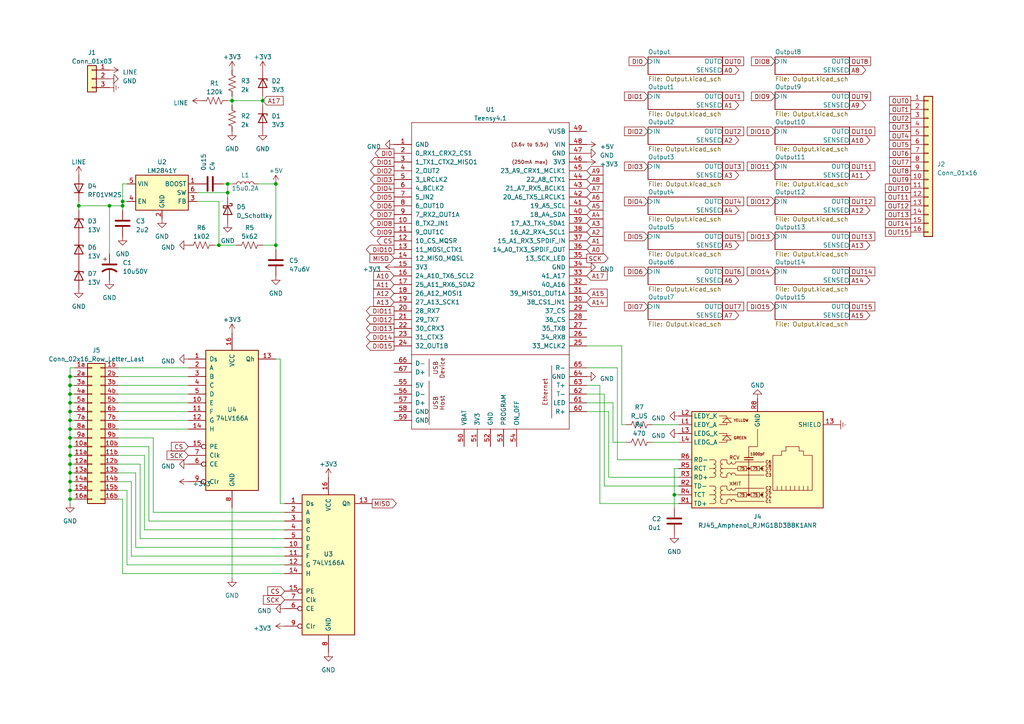
<source format=kicad_sch>
(kicad_sch (version 20230121) (generator eeschema)
  (paper "A4")
  (lib_symbols
    (symbol "74xx:74LS166" (pin_names (offset 1.016))
      (property "Reference" "U" (at -7.62 21.59 0))
      (property "Value" "74LS166" (at -7.62 -21.59 0))
      (symbol "74LS166_1_0"
        (pin input line (at -12.7 17.78 0) (length 5.08) (name "Ds") (number "1"))
        (pin input line (at -12.7 5.08 0) (length 5.08) (name "E") (number "10"))
        (pin input line (at -12.7 2.54 0) (length 5.08) (name "F") (number "11"))
        (pin input line (at -12.7 0 0) (length 5.08) (name "G") (number "12"))
        (pin output line (at 12.7 17.78 180) (length 5.08) (name "Qh") (number "13"))
        (pin input line (at -12.7 -2.54 0) (length 5.08) (name "H") (number "14"))
        (pin input inverted (at -12.7 -7.62 0) (length 5.08) (name "PE") (number "15"))
        (pin power_in line (at 0 25.4 270) (length 5.08) (name "VCC") (number "16"))
        (pin input line (at -12.7 15.24 0) (length 5.08) (name "A") (number "2"))
        (pin input line (at -12.7 12.7 0) (length 5.08) (name "B") (number "3"))
        (pin input line (at -12.7 10.16 0) (length 5.08) (name "C") (number "4"))
        (pin input line (at -12.7 7.62 0) (length 5.08) (name "D") (number "5"))
        (pin input inverted (at -12.7 -12.7 0) (length 5.08) (name "CE") (number "6"))
        (pin input line (at -12.7 -10.16 0) (length 5.08) (name "Clk") (number "7"))
        (pin power_in line (at 0 -25.4 90) (length 5.08) (name "GND") (number "8"))
        (pin input inverted (at -12.7 -17.78 0) (length 5.08) (name "Clr") (number "9"))
      )
    )
    (symbol "Connector:RJ45_Amphenol_RJMG1BD3B8K1ANR"
      (property "Reference" "J" (at 19.05 15.24 0))
      (property "Value" "RJ45_Amphenol_RJMG1BD3B8K1ANR" (at -19.05 15.24 0))
      (symbol "RJ45_Amphenol_RJMG1BD3B8K1ANR_0_0"
        (text "1000pF" (at 0 -1.651 0) (effects (font (size 0.762 0.762))))
        (text "75" (at -4.445 2.54 0) (effects (font (size 0.762 0.762))))
        (text "75" (at -4.445 10.16 0) (effects (font (size 0.762 0.762))))
        (text "75" (at -0.635 2.54 0) (effects (font (size 0.762 0.762))))
        (text "75" (at -0.635 10.16 0) (effects (font (size 0.762 0.762))))
        (text "C1" (at 3.175 12.065 0) (effects (font (size 0.889 0.889))))
        (text "C2" (at 3.175 8.255 0) (effects (font (size 0.889 0.889))))
        (text "C3" (at 3.175 4.445 0) (effects (font (size 0.889 0.889))))
        (text "C4" (at 3.175 10.795 0) (effects (font (size 0.889 0.889))))
        (text "C5" (at 3.175 9.525 0) (effects (font (size 0.889 0.889))))
        (text "C6" (at 3.175 0.635 0) (effects (font (size 0.889 0.889))))
        (text "C7" (at 3.175 3.175 0) (effects (font (size 0.889 0.889))))
        (text "C8" (at 3.175 1.905 0) (effects (font (size 0.889 0.889))))
        (text "GREEN" (at -6.985 -6.35 0) (effects (font (size 0.762 0.762)) (justify left)))
        (text "RCV" (at -8.255 -0.635 0) (effects (font (size 1.016 1.016)) (justify left)))
        (text "XMIT" (at -8.255 6.985 0) (effects (font (size 1.016 1.016)) (justify left)))
        (text "YELLOW" (at -6.985 -11.43 0) (effects (font (size 0.762 0.762)) (justify left)))
      )
      (symbol "RJ45_Amphenol_RJMG1BD3B8K1ANR_1_1"
        (pin passive line (at 22.86 -10.16 180) (length 3.81) (name "SHIELD") (number "13"))
        (pin passive line (at -22.86 -10.16 0) (length 3.81) (name "LEDY_A") (number "L1"))
        (pin passive line (at -22.86 -12.7 0) (length 3.81) (name "LEDY_K") (number "L2"))
        (pin passive line (at -22.86 -7.62 0) (length 3.81) (name "LEDG_K") (number "L3"))
        (pin passive line (at -22.86 -5.08 0) (length 3.81) (name "LEDG_A") (number "L4"))
        (pin passive line (at -22.86 12.7 0) (length 3.81) (name "TD+") (number "R1"))
        (pin passive line (at -22.86 7.62 0) (length 3.81) (name "TD-") (number "R2"))
        (pin passive line (at -22.86 5.08 0) (length 3.81) (name "RD+") (number "R3"))
        (pin passive line (at -22.86 10.16 0) (length 3.81) (name "TCT") (number "R4"))
        (pin passive line (at -22.86 2.54 0) (length 3.81) (name "RCT") (number "R5"))
        (pin passive line (at -22.86 0 0) (length 3.81) (name "RD-") (number "R6"))
        (pin no_connect line (at 5.08 -5.08 0) (length 0) hide (name "NC") (number "R7"))
        (pin power_in line (at 0 -17.78 90) (length 3.81) (name "GND") (number "R8"))
      )
    )
    (symbol "Connector_Generic:Conn_01x03" (pin_names (offset 1.016) hide)
      (property "Reference" "J" (at 0 5.08 0))
      (property "Value" "Conn_01x03" (at 0 -5.08 0))
      (symbol "Conn_01x03_1_1"
        (pin passive line (at -5.08 2.54 0) (length 3.81) (name "Pin_1") (number "1"))
        (pin passive line (at -5.08 0 0) (length 3.81) (name "Pin_2") (number "2"))
        (pin passive line (at -5.08 -2.54 0) (length 3.81) (name "Pin_3") (number "3"))
      )
    )
    (symbol "Connector_Generic:Conn_01x16" (pin_names (offset 1.016) hide)
      (property "Reference" "J" (at 0 20.32 0))
      (property "Value" "Conn_01x16" (at 0 -22.86 0))
      (symbol "Conn_01x16_1_1"
        (pin passive line (at -5.08 17.78 0) (length 3.81) (name "Pin_1") (number "1"))
        (pin passive line (at -5.08 -5.08 0) (length 3.81) (name "Pin_10") (number "10"))
        (pin passive line (at -5.08 -7.62 0) (length 3.81) (name "Pin_11") (number "11"))
        (pin passive line (at -5.08 -10.16 0) (length 3.81) (name "Pin_12") (number "12"))
        (pin passive line (at -5.08 -12.7 0) (length 3.81) (name "Pin_13") (number "13"))
        (pin passive line (at -5.08 -15.24 0) (length 3.81) (name "Pin_14") (number "14"))
        (pin passive line (at -5.08 -17.78 0) (length 3.81) (name "Pin_15") (number "15"))
        (pin passive line (at -5.08 -20.32 0) (length 3.81) (name "Pin_16") (number "16"))
        (pin passive line (at -5.08 15.24 0) (length 3.81) (name "Pin_2") (number "2"))
        (pin passive line (at -5.08 12.7 0) (length 3.81) (name "Pin_3") (number "3"))
        (pin passive line (at -5.08 10.16 0) (length 3.81) (name "Pin_4") (number "4"))
        (pin passive line (at -5.08 7.62 0) (length 3.81) (name "Pin_5") (number "5"))
        (pin passive line (at -5.08 5.08 0) (length 3.81) (name "Pin_6") (number "6"))
        (pin passive line (at -5.08 2.54 0) (length 3.81) (name "Pin_7") (number "7"))
        (pin passive line (at -5.08 0 0) (length 3.81) (name "Pin_8") (number "8"))
        (pin passive line (at -5.08 -2.54 0) (length 3.81) (name "Pin_9") (number "9"))
      )
    )
    (symbol "Connector_Generic:Conn_02x16_Row_Letter_Last" (pin_names (offset 1.016) hide)
      (property "Reference" "J" (at 1.27 20.32 0))
      (property "Value" "Conn_02x16_Row_Letter_Last" (at 1.27 -22.86 0))
      (symbol "Conn_02x16_Row_Letter_Last_1_1"
        (pin passive line (at -5.08 -5.08 0) (length 3.81) (name "Pin_10a") (number "10a"))
        (pin passive line (at 7.62 -5.08 180) (length 3.81) (name "Pin_10b") (number "10b"))
        (pin passive line (at -5.08 -7.62 0) (length 3.81) (name "Pin_11a") (number "11a"))
        (pin passive line (at 7.62 -7.62 180) (length 3.81) (name "Pin_11b") (number "11b"))
        (pin passive line (at -5.08 -10.16 0) (length 3.81) (name "Pin_12a") (number "12a"))
        (pin passive line (at 7.62 -10.16 180) (length 3.81) (name "Pin_12b") (number "12b"))
        (pin passive line (at -5.08 -12.7 0) (length 3.81) (name "Pin_13a") (number "13a"))
        (pin passive line (at 7.62 -12.7 180) (length 3.81) (name "Pin_13b") (number "13b"))
        (pin passive line (at -5.08 -15.24 0) (length 3.81) (name "Pin_14a") (number "14a"))
        (pin passive line (at 7.62 -15.24 180) (length 3.81) (name "Pin_14b") (number "14b"))
        (pin passive line (at -5.08 -17.78 0) (length 3.81) (name "Pin_15a") (number "15a"))
        (pin passive line (at 7.62 -17.78 180) (length 3.81) (name "Pin_15b") (number "15b"))
        (pin passive line (at -5.08 -20.32 0) (length 3.81) (name "Pin_16a") (number "16a"))
        (pin passive line (at 7.62 -20.32 180) (length 3.81) (name "Pin_16b") (number "16b"))
        (pin passive line (at -5.08 17.78 0) (length 3.81) (name "Pin_1a") (number "1a"))
        (pin passive line (at 7.62 17.78 180) (length 3.81) (name "Pin_1b") (number "1b"))
        (pin passive line (at -5.08 15.24 0) (length 3.81) (name "Pin_2a") (number "2a"))
        (pin passive line (at 7.62 15.24 180) (length 3.81) (name "Pin_2b") (number "2b"))
        (pin passive line (at -5.08 12.7 0) (length 3.81) (name "Pin_3a") (number "3a"))
        (pin passive line (at 7.62 12.7 180) (length 3.81) (name "Pin_3b") (number "3b"))
        (pin passive line (at -5.08 10.16 0) (length 3.81) (name "Pin_4a") (number "4a"))
        (pin passive line (at 7.62 10.16 180) (length 3.81) (name "Pin_4b") (number "4b"))
        (pin passive line (at -5.08 7.62 0) (length 3.81) (name "Pin_5a") (number "5a"))
        (pin passive line (at 7.62 7.62 180) (length 3.81) (name "Pin_5b") (number "5b"))
        (pin passive line (at -5.08 5.08 0) (length 3.81) (name "Pin_6a") (number "6a"))
        (pin passive line (at 7.62 5.08 180) (length 3.81) (name "Pin_6b") (number "6b"))
        (pin passive line (at -5.08 2.54 0) (length 3.81) (name "Pin_7a") (number "7a"))
        (pin passive line (at 7.62 2.54 180) (length 3.81) (name "Pin_7b") (number "7b"))
        (pin passive line (at -5.08 0 0) (length 3.81) (name "Pin_8a") (number "8a"))
        (pin passive line (at 7.62 0 180) (length 3.81) (name "Pin_8b") (number "8b"))
        (pin passive line (at -5.08 -2.54 0) (length 3.81) (name "Pin_9a") (number "9a"))
        (pin passive line (at 7.62 -2.54 180) (length 3.81) (name "Pin_9b") (number "9b"))
      )
    )
    (symbol "Device:C" (pin_numbers hide) (pin_names (offset 0.254))
      (property "Reference" "C" (at 0.635 2.54 0))
      (property "Value" "C" (at 0.635 -2.54 0))
      (symbol "C_1_1"
        (pin passive line (at 0 3.81 270) (length 2.794) (name "~") (number "1"))
        (pin passive line (at 0 -3.81 90) (length 2.794) (name "~") (number "2"))
      )
    )
    (symbol "Device:C_Polarized_US" (pin_numbers hide) (pin_names (offset 0.254) hide)
      (property "Reference" "C" (at 0.635 2.54 0))
      (property "Value" "C_Polarized_US" (at 0.635 -2.54 0))
      (symbol "C_Polarized_US_1_1"
        (pin passive line (at 0 3.81 270) (length 2.794) (name "~") (number "1"))
        (pin passive line (at 0 -3.81 90) (length 3.302) (name "~") (number "2"))
      )
    )
    (symbol "Device:D_Schottky" (pin_numbers hide) (pin_names (offset 1.016) hide)
      (property "Reference" "D" (at 0 2.54 0))
      (property "Value" "D_Schottky" (at 0 -2.54 0))
      (symbol "D_Schottky_1_1"
        (pin passive line (at -3.81 0 0) (length 2.54) (name "K") (number "1"))
        (pin passive line (at 3.81 0 180) (length 2.54) (name "A") (number "2"))
      )
    )
    (symbol "Device:D_Zener" (pin_numbers hide) (pin_names (offset 1.016) hide)
      (property "Reference" "D" (at 0 2.54 0))
      (property "Value" "D_Zener" (at 0 -2.54 0))
      (symbol "D_Zener_1_1"
        (pin passive line (at -3.81 0 0) (length 2.54) (name "K") (number "1"))
        (pin passive line (at 3.81 0 180) (length 2.54) (name "A") (number "2"))
      )
    )
    (symbol "Device:L" (pin_numbers hide) (pin_names (offset 1.016) hide)
      (property "Reference" "L" (at -1.27 0 90))
      (property "Value" "L" (at 1.905 0 90))
      (symbol "L_1_1"
        (pin passive line (at 0 3.81 270) (length 1.27) (name "1") (number "1"))
        (pin passive line (at 0 -3.81 90) (length 1.27) (name "2") (number "2"))
      )
    )
    (symbol "Device:R_US" (pin_numbers hide) (pin_names (offset 0))
      (property "Reference" "R" (at 2.54 0 90))
      (property "Value" "R_US" (at -2.54 0 90))
      (symbol "R_US_1_1"
        (pin passive line (at 0 3.81 270) (length 1.27) (name "~") (number "1"))
        (pin passive line (at 0 -3.81 90) (length 1.27) (name "~") (number "2"))
      )
    )
    (symbol "Diode:RF01VM2S" (pin_numbers hide) (pin_names hide)
      (property "Reference" "D" (at 0 2.54 0))
      (property "Value" "RF01VM2S" (at 0 -2.54 0))
      (symbol "RF01VM2S_1_1"
        (pin passive line (at -3.81 0 0) (length 2.54) (name "K") (number "1"))
        (pin passive line (at 3.81 0 180) (length 2.54) (name "A") (number "2"))
      )
    )
    (symbol "Regulator_Switching:LM2841Y"
      (property "Reference" "U" (at -7.62 6.35 0))
      (property "Value" "LM2841Y" (at 0 6.35 0))
      (symbol "LM2841Y_0_1"
        (pin input line (at 10.16 2.54 180) (length 2.54) (name "BOOST") (number "1"))
      )
      (symbol "LM2841Y_1_1"
        (pin power_in line (at 0 -7.62 90) (length 2.54) (name "GND") (number "2"))
        (pin input line (at 10.16 -2.54 180) (length 2.54) (name "FB") (number "3"))
        (pin input line (at -10.16 -2.54 0) (length 2.54) (name "EN") (number "4"))
        (pin power_in line (at -10.16 2.54 0) (length 2.54) (name "VIN") (number "5"))
        (pin output line (at 10.16 0 180) (length 2.54) (name "SW") (number "6"))
      )
    )
    (symbol "power:+3V3" (power) (pin_names (offset 0))
      (property "Value" "+3V3" (at 0 3.556 0))
      (symbol "+3V3_1_1"
        (pin power_in line (at 0 0 90) (length 0) hide (name "+3V3") (number "1"))
      )
    )
    (symbol "power:+5V" (power) (pin_names (offset 0))
      (property "Value" "+5V" (at 0 3.556 0))
      (symbol "+5V_1_1"
        (pin power_in line (at 0 0 90) (length 0) hide (name "+5V") (number "1"))
      )
    )
    (symbol "power:Earth" (power) (pin_names (offset 0))
      (symbol "Earth_1_1"
        (pin power_in line (at 0 0 270) (length 0) hide (name "Earth") (number "1"))
      )
    )
    (symbol "power:GND" (power) (pin_names (offset 0))
      (property "Value" "GND" (at 0 -3.81 0))
      (symbol "GND_1_1"
        (pin power_in line (at 0 0 270) (length 0) hide (name "GND") (number "1"))
      )
    )
    (symbol "power:LINE" (power) (pin_names (offset 0))
      (property "Value" "LINE" (at 0 3.81 0))
      (symbol "LINE_1_1"
        (pin power_in line (at 0 0 90) (length 0) hide (name "LINE") (number "1"))
      )
    )
    (symbol "teensy:Teensy4.1" (pin_names (offset 1.016))
      (property "Reference" "U" (at 0 64.77 0))
      (property "Value" "Teensy4.1" (at 0 62.23 0))
      (symbol "Teensy4.1_0_0"
        (text "(250mA max)" (at 11.43 49.53 0) (effects (font (size 1.016 1.016))))
        (text "(3.6v to 5.5v)" (at 11.43 54.61 0) (effects (font (size 1.016 1.016))))
        (text "Device" (at -13.97 -10.16 900) (effects (font (size 1.27 1.27))))
        (text "Ethernet" (at 15.875 -17.145 900) (effects (font (size 1.27 1.27))))
        (text "Host" (at -13.97 -20.32 900) (effects (font (size 1.27 1.27))))
        (text "USB" (at -15.875 -20.32 900) (effects (font (size 1.27 1.27))))
        (text "USB" (at -15.875 -10.16 900) (effects (font (size 1.27 1.27))))
        (pin bidirectional line (at -27.94 31.75 0) (length 5.08) (name "8_TX2_IN1") (number "10"))
        (pin bidirectional line (at -27.94 29.21 0) (length 5.08) (name "9_OUT1C") (number "11"))
        (pin bidirectional line (at -27.94 26.67 0) (length 5.08) (name "10_CS_MQSR") (number "12"))
        (pin bidirectional line (at -27.94 24.13 0) (length 5.08) (name "11_MOSI_CTX1") (number "13"))
        (pin bidirectional line (at -27.94 21.59 0) (length 5.08) (name "12_MISO_MQSL") (number "14"))
        (pin power_in line (at -27.94 19.05 0) (length 5.08) (name "3V3") (number "15"))
        (pin bidirectional line (at -27.94 16.51 0) (length 5.08) (name "24_A10_TX6_SCL2") (number "16"))
        (pin bidirectional line (at -27.94 13.97 0) (length 5.08) (name "25_A11_RX6_SDA2") (number "17"))
        (pin bidirectional line (at -27.94 11.43 0) (length 5.08) (name "26_A12_MOSI1") (number "18"))
        (pin bidirectional line (at -27.94 8.89 0) (length 5.08) (name "27_A13_SCK1") (number "19"))
        (pin bidirectional line (at -27.94 6.35 0) (length 5.08) (name "28_RX7") (number "20"))
        (pin bidirectional line (at -27.94 3.81 0) (length 5.08) (name "29_TX7") (number "21"))
        (pin bidirectional line (at -27.94 1.27 0) (length 5.08) (name "30_CRX3") (number "22"))
        (pin bidirectional line (at -27.94 -1.27 0) (length 5.08) (name "31_CTX3") (number "23"))
        (pin bidirectional line (at -27.94 -3.81 0) (length 5.08) (name "32_OUT1B") (number "24"))
        (pin bidirectional line (at 27.94 -3.81 180) (length 5.08) (name "33_MCLK2") (number "25"))
        (pin bidirectional line (at 27.94 -1.27 180) (length 5.08) (name "34_RX8") (number "26"))
        (pin bidirectional line (at 27.94 1.27 180) (length 5.08) (name "35_TX8") (number "27"))
        (pin bidirectional line (at 27.94 3.81 180) (length 5.08) (name "36_CS") (number "28"))
        (pin bidirectional line (at 27.94 6.35 180) (length 5.08) (name "37_CS") (number "29"))
        (pin bidirectional line (at 27.94 8.89 180) (length 5.08) (name "38_CS1_IN1") (number "30"))
        (pin bidirectional line (at 27.94 11.43 180) (length 5.08) (name "39_MISO1_OUT1A") (number "31"))
        (pin bidirectional line (at 27.94 13.97 180) (length 5.08) (name "40_A16") (number "32"))
        (pin bidirectional line (at 27.94 16.51 180) (length 5.08) (name "41_A17") (number "33"))
        (pin bidirectional line (at 27.94 21.59 180) (length 5.08) (name "13_SCK_LED") (number "35"))
        (pin bidirectional line (at 27.94 24.13 180) (length 5.08) (name "14_A0_TX3_SPDIF_OUT") (number "36"))
        (pin bidirectional line (at 27.94 26.67 180) (length 5.08) (name "15_A1_RX3_SPDIF_IN") (number "37"))
        (pin bidirectional line (at 27.94 29.21 180) (length 5.08) (name "16_A2_RX4_SCL1") (number "38"))
        (pin bidirectional line (at 27.94 31.75 180) (length 5.08) (name "17_A3_TX4_SDA1") (number "39"))
        (pin bidirectional line (at 27.94 34.29 180) (length 5.08) (name "18_A4_SDA") (number "40"))
        (pin bidirectional line (at 27.94 36.83 180) (length 5.08) (name "19_A5_SCL") (number "41"))
        (pin bidirectional line (at 27.94 39.37 180) (length 5.08) (name "20_A6_TX5_LRCLK1") (number "42"))
        (pin bidirectional line (at 27.94 41.91 180) (length 5.08) (name "21_A7_RX5_BCLK1") (number "43"))
        (pin bidirectional line (at 27.94 44.45 180) (length 5.08) (name "22_A8_CTX1") (number "44"))
        (pin bidirectional line (at 27.94 46.99 180) (length 5.08) (name "23_A9_CRX1_MCLK1") (number "45"))
        (pin output line (at 27.94 49.53 180) (length 5.08) (name "3V3") (number "46"))
        (pin output line (at 27.94 52.07 180) (length 5.08) (name "GND") (number "47"))
        (pin power_in line (at 27.94 54.61 180) (length 5.08) (name "VIN") (number "48"))
        (pin power_out line (at 27.94 58.42 180) (length 5.08) (name "VUSB") (number "49"))
        (pin bidirectional line (at -27.94 44.45 0) (length 5.08) (name "3_LRCLK2") (number "5"))
        (pin power_in line (at -7.62 -33.02 90) (length 5.08) (name "VBAT") (number "50"))
        (pin power_in line (at -3.81 -33.02 90) (length 5.08) (name "3V3") (number "51"))
        (pin input line (at 0 -33.02 90) (length 5.08) (name "GND") (number "52"))
        (pin input line (at 3.81 -33.02 90) (length 5.08) (name "PROGRAM") (number "53"))
        (pin input line (at 7.62 -33.02 90) (length 5.08) (name "ON_OFF") (number "54"))
        (pin power_out line (at -27.94 -15.24 0) (length 5.08) (name "5V") (number "55"))
        (pin bidirectional line (at -27.94 -17.78 0) (length 5.08) (name "D-") (number "56"))
        (pin bidirectional line (at -27.94 -20.32 0) (length 5.08) (name "D+") (number "57"))
        (pin power_in line (at -27.94 -22.86 0) (length 5.08) (name "GND") (number "58"))
        (pin power_in line (at -27.94 -25.4 0) (length 5.08) (name "GND") (number "59"))
        (pin bidirectional line (at -27.94 41.91 0) (length 5.08) (name "4_BCLK2") (number "6"))
        (pin bidirectional line (at 27.94 -22.86 180) (length 5.08) (name "R+") (number "60"))
        (pin bidirectional line (at 27.94 -20.32 180) (length 5.08) (name "LED") (number "61"))
        (pin bidirectional line (at 27.94 -17.78 180) (length 5.08) (name "T-") (number "62"))
        (pin bidirectional line (at 27.94 -15.24 180) (length 5.08) (name "T+") (number "63"))
        (pin power_in line (at 27.94 -12.7 180) (length 5.08) (name "GND") (number "64"))
        (pin bidirectional line (at 27.94 -10.16 180) (length 5.08) (name "R-") (number "65"))
        (pin bidirectional line (at -27.94 -8.89 0) (length 5.08) (name "D-") (number "66"))
        (pin bidirectional line (at -27.94 -11.43 0) (length 5.08) (name "D+") (number "67"))
        (pin bidirectional line (at -27.94 39.37 0) (length 5.08) (name "5_IN2") (number "7"))
        (pin bidirectional line (at -27.94 36.83 0) (length 5.08) (name "6_OUT1D") (number "8"))
        (pin bidirectional line (at -27.94 34.29 0) (length 5.08) (name "7_RX2_OUT1A") (number "9"))
      )
      (symbol "Teensy4.1_1_1"
        (pin power_in line (at -27.94 54.61 0) (length 5.08) (name "GND") (number "1"))
        (pin bidirectional line (at -27.94 52.07 0) (length 5.08) (name "0_RX1_CRX2_CS1") (number "2"))
        (pin bidirectional line (at -27.94 49.53 0) (length 5.08) (name "1_TX1_CTX2_MISO1") (number "3"))
        (pin power_in line (at 27.94 19.05 180) (length 5.08) (name "GND") (number "34"))
        (pin bidirectional line (at -27.94 46.99 0) (length 5.08) (name "2_OUT2") (number "4"))
      )
    )
  )
  (junction (at 67.31 29.21))
  (junction (at 35.56 58.42))
  (junction (at 80.01 53.34))
  (junction (at 20.32 121.92))
  (junction (at 20.32 114.3))
  (junction (at 31.75 59.69))
  (junction (at 20.32 134.62))
  (junction (at 22.86 59.69))
  (junction (at 76.2 29.21))
  (junction (at 20.32 124.46))
  (junction (at 20.32 116.84))
  (junction (at 63.5 71.12))
  (junction (at 195.58 143.51))
  (junction (at 66.04 53.34))
  (junction (at 20.32 139.7))
  (junction (at 20.32 142.24))
  (junction (at 20.32 144.78))
  (junction (at 35.56 59.69))
  (junction (at 20.32 119.38))
  (junction (at 20.32 129.54))
  (junction (at 20.32 111.76))
  (junction (at 20.32 127))
  (junction (at 80.01 71.12))
  (junction (at 20.32 109.22))
  (junction (at 20.32 137.16))
  (junction (at 20.32 132.08))
  (junction (at 66.04 55.88))
  (wire (pts (xy 36.83 142.24) (xy 36.83 163.83)))
  (wire (pts (xy 20.32 132.08) (xy 20.32 134.62)))
  (wire (pts (xy 66.04 53.34) (xy 67.31 53.34)))
  (wire (pts (xy 20.32 116.84) (xy 21.59 116.84)))
  (wire (pts (xy 21.59 106.68) (xy 20.32 106.68)))
  (wire (pts (xy 34.29 137.16) (xy 39.37 137.16)))
  (wire (pts (xy 34.29 116.84) (xy 54.61 116.84)))
  (wire (pts (xy 35.56 144.78) (xy 34.29 144.78)))
  (wire (pts (xy 35.56 53.34) (xy 35.56 58.42)))
  (wire (pts (xy 36.83 163.83) (xy 82.55 163.83)))
  (wire (pts (xy 34.29 119.38) (xy 54.61 119.38)))
  (wire (pts (xy 74.93 53.34) (xy 80.01 53.34)))
  (wire (pts (xy 20.32 109.22) (xy 20.32 111.76)))
  (wire (pts (xy 20.32 124.46) (xy 21.59 124.46)))
  (wire (pts (xy 176.53 138.43) (xy 176.53 119.38)))
  (wire (pts (xy 173.99 146.05) (xy 196.85 146.05)))
  (wire (pts (xy 43.18 151.13) (xy 82.55 151.13)))
  (wire (pts (xy 20.32 134.62) (xy 20.32 137.16)))
  (wire (pts (xy 20.32 111.76) (xy 21.59 111.76)))
  (wire (pts (xy 20.32 119.38) (xy 21.59 119.38)))
  (wire (pts (xy 76.2 71.12) (xy 80.01 71.12)))
  (wire (pts (xy 195.58 143.51) (xy 195.58 147.32)))
  (wire (pts (xy 63.5 71.12) (xy 63.5 58.42)))
  (wire (pts (xy 20.32 127) (xy 21.59 127)))
  (wire (pts (xy 179.07 133.35) (xy 179.07 106.68)))
  (wire (pts (xy 34.29 142.24) (xy 36.83 142.24)))
  (wire (pts (xy 20.32 134.62) (xy 21.59 134.62)))
  (wire (pts (xy 35.56 166.37) (xy 35.56 144.78)))
  (wire (pts (xy 41.91 153.67) (xy 82.55 153.67)))
  (wire (pts (xy 43.18 151.13) (xy 43.18 129.54)))
  (wire (pts (xy 177.8 116.84) (xy 177.8 128.27)))
  (wire (pts (xy 38.1 139.7) (xy 34.29 139.7)))
  (wire (pts (xy 175.26 114.3) (xy 170.18 114.3)))
  (wire (pts (xy 40.64 156.21) (xy 82.55 156.21)))
  (wire (pts (xy 173.99 111.76) (xy 173.99 146.05)))
  (wire (pts (xy 31.75 59.69) (xy 31.75 73.66)))
  (wire (pts (xy 176.53 119.38) (xy 170.18 119.38)))
  (wire (pts (xy 66.04 55.88) (xy 66.04 53.34)))
  (wire (pts (xy 170.18 111.76) (xy 173.99 111.76)))
  (wire (pts (xy 175.26 140.97) (xy 175.26 114.3)))
  (wire (pts (xy 20.32 129.54) (xy 21.59 129.54)))
  (wire (pts (xy 35.56 166.37) (xy 82.55 166.37)))
  (wire (pts (xy 20.32 132.08) (xy 21.59 132.08)))
  (wire (pts (xy 20.32 109.22) (xy 21.59 109.22)))
  (wire (pts (xy 80.01 71.12) (xy 80.01 53.34)))
  (wire (pts (xy 20.32 111.76) (xy 20.32 114.3)))
  (wire (pts (xy 20.32 137.16) (xy 21.59 137.16)))
  (wire (pts (xy 76.2 27.94) (xy 76.2 29.21)))
  (wire (pts (xy 80.01 72.39) (xy 80.01 71.12)))
  (wire (pts (xy 81.28 104.14) (xy 80.01 104.14)))
  (wire (pts (xy 170.18 116.84) (xy 177.8 116.84)))
  (wire (pts (xy 20.32 142.24) (xy 21.59 142.24)))
  (wire (pts (xy 196.85 135.89) (xy 195.58 135.89)))
  (wire (pts (xy 20.32 144.78) (xy 20.32 146.05)))
  (wire (pts (xy 179.07 106.68) (xy 170.18 106.68)))
  (wire (pts (xy 57.15 55.88) (xy 66.04 55.88)))
  (wire (pts (xy 66.04 57.15) (xy 66.04 55.88)))
  (wire (pts (xy 20.32 129.54) (xy 20.32 132.08)))
  (wire (pts (xy 181.61 123.19) (xy 180.34 123.19)))
  (wire (pts (xy 195.58 135.89) (xy 195.58 143.51)))
  (wire (pts (xy 64.77 53.34) (xy 66.04 53.34)))
  (wire (pts (xy 31.75 59.69) (xy 35.56 59.69)))
  (wire (pts (xy 196.85 133.35) (xy 179.07 133.35)))
  (wire (pts (xy 38.1 161.29) (xy 82.55 161.29)))
  (wire (pts (xy 34.29 109.22) (xy 54.61 109.22)))
  (wire (pts (xy 20.32 116.84) (xy 20.32 119.38)))
  (wire (pts (xy 20.32 119.38) (xy 20.32 121.92)))
  (wire (pts (xy 67.31 29.21) (xy 76.2 29.21)))
  (wire (pts (xy 20.32 124.46) (xy 20.32 127)))
  (wire (pts (xy 39.37 158.75) (xy 82.55 158.75)))
  (wire (pts (xy 20.32 106.68) (xy 20.32 109.22)))
  (wire (pts (xy 20.32 137.16) (xy 20.32 139.7)))
  (wire (pts (xy 196.85 138.43) (xy 176.53 138.43)))
  (wire (pts (xy 195.58 143.51) (xy 196.85 143.51)))
  (wire (pts (xy 20.32 142.24) (xy 20.32 144.78)))
  (wire (pts (xy 67.31 29.21) (xy 67.31 30.48)))
  (wire (pts (xy 20.32 127) (xy 20.32 129.54)))
  (wire (pts (xy 20.32 121.92) (xy 21.59 121.92)))
  (wire (pts (xy 189.23 123.19) (xy 196.85 123.19)))
  (wire (pts (xy 41.91 132.08) (xy 41.91 153.67)))
  (wire (pts (xy 38.1 161.29) (xy 38.1 139.7)))
  (wire (pts (xy 67.31 27.94) (xy 67.31 29.21)))
  (wire (pts (xy 66.04 29.21) (xy 67.31 29.21)))
  (wire (pts (xy 34.29 111.76) (xy 54.61 111.76)))
  (wire (pts (xy 34.29 106.68) (xy 54.61 106.68)))
  (wire (pts (xy 22.86 58.42) (xy 22.86 59.69)))
  (wire (pts (xy 81.28 146.05) (xy 81.28 104.14)))
  (wire (pts (xy 67.31 167.64) (xy 67.31 147.32)))
  (wire (pts (xy 35.56 59.69) (xy 35.56 58.42)))
  (wire (pts (xy 20.32 144.78) (xy 21.59 144.78)))
  (wire (pts (xy 180.34 100.33) (xy 170.18 100.33)))
  (wire (pts (xy 44.45 148.59) (xy 82.55 148.59)))
  (wire (pts (xy 40.64 134.62) (xy 34.29 134.62)))
  (wire (pts (xy 39.37 137.16) (xy 39.37 158.75)))
  (wire (pts (xy 36.83 58.42) (xy 35.56 58.42)))
  (wire (pts (xy 35.56 53.34) (xy 36.83 53.34)))
  (wire (pts (xy 34.29 132.08) (xy 41.91 132.08)))
  (wire (pts (xy 35.56 60.96) (xy 35.56 59.69)))
  (wire (pts (xy 34.29 114.3) (xy 54.61 114.3)))
  (wire (pts (xy 22.86 59.69) (xy 22.86 60.96)))
  (wire (pts (xy 34.29 121.92) (xy 54.61 121.92)))
  (wire (pts (xy 76.2 29.21) (xy 76.2 30.48)))
  (wire (pts (xy 20.32 114.3) (xy 20.32 116.84)))
  (wire (pts (xy 63.5 71.12) (xy 68.58 71.12)))
  (wire (pts (xy 44.45 127) (xy 44.45 148.59)))
  (wire (pts (xy 20.32 114.3) (xy 21.59 114.3)))
  (wire (pts (xy 40.64 156.21) (xy 40.64 134.62)))
  (wire (pts (xy 43.18 129.54) (xy 34.29 129.54)))
  (wire (pts (xy 20.32 139.7) (xy 21.59 139.7)))
  (wire (pts (xy 62.23 71.12) (xy 63.5 71.12)))
  (wire (pts (xy 189.23 128.27) (xy 196.85 128.27)))
  (wire (pts (xy 63.5 58.42) (xy 57.15 58.42)))
  (wire (pts (xy 177.8 128.27) (xy 181.61 128.27)))
  (wire (pts (xy 196.85 140.97) (xy 175.26 140.97)))
  (wire (pts (xy 82.55 146.05) (xy 81.28 146.05)))
  (wire (pts (xy 22.86 59.69) (xy 31.75 59.69)))
  (wire (pts (xy 180.34 123.19) (xy 180.34 100.33)))
  (wire (pts (xy 34.29 124.46) (xy 54.61 124.46)))
  (wire (pts (xy 34.29 127) (xy 44.45 127)))
  (wire (pts (xy 20.32 121.92) (xy 20.32 124.46)))
  (wire (pts (xy 20.32 139.7) (xy 20.32 142.24)))
  (global_label "DIO13" (shape output) (at 114.3 95.25 180) (property "Intersheetrefs" "${INTERSHEET_REFS}" (effects hide)))
  (global_label "A12" (shape input) (at 114.3 85.09 180) (property "Intersheetrefs" "${INTERSHEET_REFS}" (effects hide)))
  (global_label "DIO9" (shape input) (at 224.79 27.94 180) (property "Intersheetrefs" "${INTERSHEET_REFS}" (effects hide)))
  (global_label "A3" (shape input) (at 170.18 64.77 0) (property "Intersheetrefs" "${INTERSHEET_REFS}" (effects hide)))
  (global_label "DIO14" (shape input) (at 224.79 78.74 180) (property "Intersheetrefs" "${INTERSHEET_REFS}" (effects hide)))
  (global_label "DI0" (shape input) (at 187.96 17.78 180) (property "Intersheetrefs" "${INTERSHEET_REFS}" (effects hide)))
  (global_label "OUT4" (shape passive) (at 264.16 39.37 180) (property "Intersheetrefs" "${INTERSHEET_REFS}" (effects hide)))
  (global_label "OUT2" (shape passive) (at 264.16 34.29 180) (property "Intersheetrefs" "${INTERSHEET_REFS}" (effects hide)))
  (global_label "DIO9" (shape output) (at 114.3 67.31 180) (property "Intersheetrefs" "${INTERSHEET_REFS}" (effects hide)))
  (global_label "A12" (shape output) (at 246.38 60.96 0) (property "Intersheetrefs" "${INTERSHEET_REFS}" (effects hide)))
  (global_label "OUT10" (shape passive) (at 246.38 38.1 0) (property "Intersheetrefs" "${INTERSHEET_REFS}" (effects hide)))
  (global_label "OUT9" (shape passive) (at 246.38 27.94 0) (property "Intersheetrefs" "${INTERSHEET_REFS}" (effects hide)))
  (global_label "OUT8" (shape passive) (at 264.16 49.53 180) (property "Intersheetrefs" "${INTERSHEET_REFS}" (effects hide)))
  (global_label "SCK" (shape output) (at 170.18 74.93 0) (property "Intersheetrefs" "${INTERSHEET_REFS}" (effects hide)))
  (global_label "A2" (shape input) (at 170.18 67.31 0) (property "Intersheetrefs" "${INTERSHEET_REFS}" (effects hide)))
  (global_label "OUT0" (shape passive) (at 209.55 17.78 0) (property "Intersheetrefs" "${INTERSHEET_REFS}" (effects hide)))
  (global_label "A11" (shape output) (at 246.38 50.8 0) (property "Intersheetrefs" "${INTERSHEET_REFS}" (effects hide)))
  (global_label "OUT7" (shape passive) (at 264.16 46.99 180) (property "Intersheetrefs" "${INTERSHEET_REFS}" (effects hide)))
  (global_label "OUT3" (shape passive) (at 209.55 48.26 0) (property "Intersheetrefs" "${INTERSHEET_REFS}" (effects hide)))
  (global_label "DIO1" (shape input) (at 187.96 27.94 180) (property "Intersheetrefs" "${INTERSHEET_REFS}" (effects hide)))
  (global_label "A13" (shape output) (at 246.38 71.12 0) (property "Intersheetrefs" "${INTERSHEET_REFS}" (effects hide)))
  (global_label "A4" (shape input) (at 170.18 62.23 0) (property "Intersheetrefs" "${INTERSHEET_REFS}" (effects hide)))
  (global_label "A11" (shape input) (at 114.3 82.55 180) (property "Intersheetrefs" "${INTERSHEET_REFS}" (effects hide)))
  (global_label "DIO10" (shape output) (at 114.3 72.39 180) (property "Intersheetrefs" "${INTERSHEET_REFS}" (effects hide)))
  (global_label "A0" (shape output) (at 209.55 20.32 0) (property "Intersheetrefs" "${INTERSHEET_REFS}" (effects hide)))
  (global_label "DIO14" (shape output) (at 114.3 97.79 180) (property "Intersheetrefs" "${INTERSHEET_REFS}" (effects hide)))
  (global_label "DIO2" (shape input) (at 187.96 38.1 180) (property "Intersheetrefs" "${INTERSHEET_REFS}" (effects hide)))
  (global_label "OUT12" (shape passive) (at 246.38 58.42 0) (property "Intersheetrefs" "${INTERSHEET_REFS}" (effects hide)))
  (global_label "A9" (shape input) (at 170.18 49.53 0) (property "Intersheetrefs" "${INTERSHEET_REFS}" (effects hide)))
  (global_label "OUT4" (shape passive) (at 209.55 58.42 0) (property "Intersheetrefs" "${INTERSHEET_REFS}" (effects hide)))
  (global_label "OUT9" (shape passive) (at 264.16 52.07 180) (property "Intersheetrefs" "${INTERSHEET_REFS}" (effects hide)))
  (global_label "MISO" (shape input) (at 114.3 74.93 180) (property "Intersheetrefs" "${INTERSHEET_REFS}" (effects hide)))
  (global_label "A10" (shape input) (at 114.3 80.01 180) (property "Intersheetrefs" "${INTERSHEET_REFS}" (effects hide)))
  (global_label "DIO13" (shape input) (at 224.79 68.58 180) (property "Intersheetrefs" "${INTERSHEET_REFS}" (effects hide)))
  (global_label "DIO12" (shape input) (at 224.79 58.42 180) (property "Intersheetrefs" "${INTERSHEET_REFS}" (effects hide)))
  (global_label "A10" (shape output) (at 246.38 40.64 0) (property "Intersheetrefs" "${INTERSHEET_REFS}" (effects hide)))
  (global_label "A0" (shape input) (at 170.18 72.39 0) (property "Intersheetrefs" "${INTERSHEET_REFS}" (effects hide)))
  (global_label "OUT5" (shape passive) (at 209.55 68.58 0) (property "Intersheetrefs" "${INTERSHEET_REFS}" (effects hide)))
  (global_label "DIO8" (shape output) (at 114.3 64.77 180) (property "Intersheetrefs" "${INTERSHEET_REFS}" (effects hide)))
  (global_label "OUT12" (shape passive) (at 264.16 59.69 180) (property "Intersheetrefs" "${INTERSHEET_REFS}" (effects hide)))
  (global_label "DIO3" (shape input) (at 187.96 48.26 180) (property "Intersheetrefs" "${INTERSHEET_REFS}" (effects hide)))
  (global_label "A15" (shape output) (at 246.38 91.44 0) (property "Intersheetrefs" "${INTERSHEET_REFS}" (effects hide)))
  (global_label "OUT2" (shape passive) (at 209.55 38.1 0) (property "Intersheetrefs" "${INTERSHEET_REFS}" (effects hide)))
  (global_label "A15" (shape input) (at 170.18 85.09 0) (property "Intersheetrefs" "${INTERSHEET_REFS}" (effects hide)))
  (global_label "CS" (shape input) (at 82.55 171.45 180) (property "Intersheetrefs" "${INTERSHEET_REFS}" (effects hide)))
  (global_label "OUT14" (shape passive) (at 264.16 64.77 180) (property "Intersheetrefs" "${INTERSHEET_REFS}" (effects hide)))
  (global_label "A9" (shape output) (at 246.38 30.48 0) (property "Intersheetrefs" "${INTERSHEET_REFS}" (effects hide)))
  (global_label "DIO6" (shape output) (at 114.3 59.69 180) (property "Intersheetrefs" "${INTERSHEET_REFS}" (effects hide)))
  (global_label "OUT13" (shape passive) (at 264.16 62.23 180) (property "Intersheetrefs" "${INTERSHEET_REFS}" (effects hide)))
  (global_label "OUT10" (shape passive) (at 264.16 54.61 180) (property "Intersheetrefs" "${INTERSHEET_REFS}" (effects hide)))
  (global_label "A6" (shape output) (at 209.55 81.28 0) (property "Intersheetrefs" "${INTERSHEET_REFS}" (effects hide)))
  (global_label "OUT15" (shape passive) (at 246.38 88.9 0) (property "Intersheetrefs" "${INTERSHEET_REFS}" (effects hide)))
  (global_label "A8" (shape output) (at 246.38 20.32 0) (property "Intersheetrefs" "${INTERSHEET_REFS}" (effects hide)))
  (global_label "SCK" (shape input) (at 54.61 132.08 180) (property "Intersheetrefs" "${INTERSHEET_REFS}" (effects hide)))
  (global_label "OUT11" (shape passive) (at 246.38 48.26 0) (property "Intersheetrefs" "${INTERSHEET_REFS}" (effects hide)))
  (global_label "DIO5" (shape output) (at 114.3 57.15 180) (property "Intersheetrefs" "${INTERSHEET_REFS}" (effects hide)))
  (global_label "A1" (shape input) (at 170.18 69.85 0) (property "Intersheetrefs" "${INTERSHEET_REFS}" (effects hide)))
  (global_label "DIO6" (shape input) (at 187.96 78.74 180) (property "Intersheetrefs" "${INTERSHEET_REFS}" (effects hide)))
  (global_label "A17" (shape input) (at 76.2 29.21 0) (property "Intersheetrefs" "${INTERSHEET_REFS}" (effects hide)))
  (global_label "A5" (shape input) (at 170.18 59.69 0) (property "Intersheetrefs" "${INTERSHEET_REFS}" (effects hide)))
  (global_label "DIO15" (shape input) (at 224.79 88.9 180) (property "Intersheetrefs" "${INTERSHEET_REFS}" (effects hide)))
  (global_label "DIO7" (shape output) (at 114.3 62.23 180) (property "Intersheetrefs" "${INTERSHEET_REFS}" (effects hide)))
  (global_label "DIO12" (shape output) (at 114.3 92.71 180) (property "Intersheetrefs" "${INTERSHEET_REFS}" (effects hide)))
  (global_label "DIO11" (shape input) (at 224.79 48.26 180) (property "Intersheetrefs" "${INTERSHEET_REFS}" (effects hide)))
  (global_label "OUT6" (shape passive) (at 264.16 44.45 180) (property "Intersheetrefs" "${INTERSHEET_REFS}" (effects hide)))
  (global_label "SCK" (shape input) (at 82.55 173.99 180) (property "Intersheetrefs" "${INTERSHEET_REFS}" (effects hide)))
  (global_label "OUT0" (shape passive) (at 264.16 29.21 180) (property "Intersheetrefs" "${INTERSHEET_REFS}" (effects hide)))
  (global_label "A7" (shape output) (at 209.55 91.44 0) (property "Intersheetrefs" "${INTERSHEET_REFS}" (effects hide)))
  (global_label "OUT15" (shape passive) (at 264.16 67.31 180) (property "Intersheetrefs" "${INTERSHEET_REFS}" (effects hide)))
  (global_label "DIO11" (shape output) (at 114.3 90.17 180) (property "Intersheetrefs" "${INTERSHEET_REFS}" (effects hide)))
  (global_label "MISO" (shape output) (at 107.95 146.05 0) (property "Intersheetrefs" "${INTERSHEET_REFS}" (effects hide)))
  (global_label "OUT14" (shape passive) (at 246.38 78.74 0) (property "Intersheetrefs" "${INTERSHEET_REFS}" (effects hide)))
  (global_label "DIO4" (shape input) (at 187.96 58.42 180) (property "Intersheetrefs" "${INTERSHEET_REFS}" (effects hide)))
  (global_label "DI0" (shape output) (at 114.3 44.45 180) (property "Intersheetrefs" "${INTERSHEET_REFS}" (effects hide)))
  (global_label "OUT3" (shape passive) (at 264.16 36.83 180) (property "Intersheetrefs" "${INTERSHEET_REFS}" (effects hide)))
  (global_label "DIO4" (shape output) (at 114.3 54.61 180) (property "Intersheetrefs" "${INTERSHEET_REFS}" (effects hide)))
  (global_label "DIO15" (shape output) (at 114.3 100.33 180) (property "Intersheetrefs" "${INTERSHEET_REFS}" (effects hide)))
  (global_label "OUT5" (shape passive) (at 264.16 41.91 180) (property "Intersheetrefs" "${INTERSHEET_REFS}" (effects hide)))
  (global_label "OUT7" (shape passive) (at 209.55 88.9 0) (property "Intersheetrefs" "${INTERSHEET_REFS}" (effects hide)))
  (global_label "OUT6" (shape passive) (at 209.55 78.74 0) (property "Intersheetrefs" "${INTERSHEET_REFS}" (effects hide)))
  (global_label "OUT13" (shape passive) (at 246.38 68.58 0) (property "Intersheetrefs" "${INTERSHEET_REFS}" (effects hide)))
  (global_label "A1" (shape output) (at 209.55 30.48 0) (property "Intersheetrefs" "${INTERSHEET_REFS}" (effects hide)))
  (global_label "OUT1" (shape passive) (at 209.55 27.94 0) (property "Intersheetrefs" "${INTERSHEET_REFS}" (effects hide)))
  (global_label "A8" (shape input) (at 170.18 52.07 0) (property "Intersheetrefs" "${INTERSHEET_REFS}" (effects hide)))
  (global_label "A4" (shape output) (at 209.55 60.96 0) (property "Intersheetrefs" "${INTERSHEET_REFS}" (effects hide)))
  (global_label "A5" (shape output) (at 209.55 71.12 0) (property "Intersheetrefs" "${INTERSHEET_REFS}" (effects hide)))
  (global_label "DIO5" (shape input) (at 187.96 68.58 180) (property "Intersheetrefs" "${INTERSHEET_REFS}" (effects hide)))
  (global_label "OUT8" (shape passive) (at 246.38 17.78 0) (property "Intersheetrefs" "${INTERSHEET_REFS}" (effects hide)))
  (global_label "A3" (shape output) (at 209.55 50.8 0) (property "Intersheetrefs" "${INTERSHEET_REFS}" (effects hide)))
  (global_label "A7" (shape input) (at 170.18 54.61 0) (property "Intersheetrefs" "${INTERSHEET_REFS}" (effects hide)))
  (global_label "A14" (shape output) (at 246.38 81.28 0) (property "Intersheetrefs" "${INTERSHEET_REFS}" (effects hide)))
  (global_label "A13" (shape input) (at 114.3 87.63 180) (property "Intersheetrefs" "${INTERSHEET_REFS}" (effects hide)))
  (global_label "DIO3" (shape output) (at 114.3 52.07 180) (property "Intersheetrefs" "${INTERSHEET_REFS}" (effects hide)))
  (global_label "DIO10" (shape input) (at 224.79 38.1 180) (property "Intersheetrefs" "${INTERSHEET_REFS}" (effects hide)))
  (global_label "A14" (shape input) (at 170.18 87.63 0) (property "Intersheetrefs" "${INTERSHEET_REFS}" (effects hide)))
  (global_label "CS" (shape output) (at 114.3 69.85 180) (property "Intersheetrefs" "${INTERSHEET_REFS}" (effects hide)))
  (global_label "A2" (shape output) (at 209.55 40.64 0) (property "Intersheetrefs" "${INTERSHEET_REFS}" (effects hide)))
  (global_label "A6" (shape input) (at 170.18 57.15 0) (property "Intersheetrefs" "${INTERSHEET_REFS}" (effects hide)))
  (global_label "DIO8" (shape input) (at 224.79 17.78 180) (property "Intersheetrefs" "${INTERSHEET_REFS}" (effects hide)))
  (global_label "DIO1" (shape output) (at 114.3 46.99 180) (property "Intersheetrefs" "${INTERSHEET_REFS}" (effects hide)))
  (global_label "A17" (shape input) (at 170.18 80.01 0) (property "Intersheetrefs" "${INTERSHEET_REFS}" (effects hide)))
  (global_label "DIO7" (shape input) (at 187.96 88.9 180) (property "Intersheetrefs" "${INTERSHEET_REFS}" (effects hide)))
  (global_label "DIO2" (shape output) (at 114.3 49.53 180) (property "Intersheetrefs" "${INTERSHEET_REFS}" (effects hide)))
  (global_label "OUT1" (shape passive) (at 264.16 31.75 180) (property "Intersheetrefs" "${INTERSHEET_REFS}" (effects hide)))
  (global_label "CS" (shape input) (at 54.61 129.54 180) (property "Intersheetrefs" "${INTERSHEET_REFS}" (effects hide)))
  (global_label "OUT11" (shape passive) (at 264.16 57.15 180) (property "Intersheetrefs" "${INTERSHEET_REFS}" (effects hide)))
  (symbol (lib_id "power:Earth") (at 242.57 123.19 90) (unit 1)
    (property "Reference" "#PWR012" (effects hide))
    (property "Value" "Earth" (effects hide))
  )
  (symbol (lib_id "power:+3V3") (at 114.3 77.47 90) (unit 1)
    (property "Reference" "#PWR019" (effects hide))
    (property "Value" "+3V3" (at 110.49 78.105 90) (effects (justify left)))
  )
  (symbol (lib_id "power:GND") (at 170.18 109.22 90) (unit 1)
    (property "Reference" "#PWR018" (effects hide))
    (property "Value" "GND" (at 173.99 109.855 90) (effects (justify right)))
  )
  (symbol (lib_id "Device:C_Polarized_US") (at 31.75 77.47 0) (unit 1)
    (property "Reference" "C1" (at 35.56 76.2 0) (effects (justify left)))
    (property "Value" "10u50V" (at 35.56 78.74 0) (effects (justify left)))
  )
  (symbol (lib_id "power:LINE") (at 31.75 20.32 270) (unit 1)
    (property "Reference" "#PWR09" (effects hide))
    (property "Value" "LINE" (at 35.56 20.955 90) (effects (justify left)))
  )
  (symbol (lib_id "Connector_Generic:Conn_02x16_Row_Letter_Last") (at 26.67 124.46 0) (unit 1)
    (property "Reference" "J5" (at 27.94 101.6 0))
    (property "Value" "Conn_02x16_Row_Letter_Last" (at 27.94 104.14 0))
  )
  (symbol (lib_id "power:GND") (at 54.61 104.14 270) (unit 1)
    (property "Reference" "#PWR034" (effects hide))
    (property "Value" "GND" (at 50.8 104.775 90) (effects (justify right)))
  )
  (symbol (lib_id "power:GND") (at 76.2 38.1 0) (unit 1)
    (property "Reference" "#PWR08" (effects hide))
    (property "Value" "GND" (at 76.2 43.18 0))
  )
  (symbol (lib_id "74xx:74LS166") (at 95.25 163.83 0) (unit 1)
    (property "Reference" "U3" (at 95.25 160.7059 0))
    (property "Value" "74LV166A" (at 95.25 163.2459 0))
    (property "Footprint" "Package_SO:TSSOP-16_4.4x5mm_P0.65mm" (effects hide))
    (property "Datasheet" "http://www.ti.com/lit/gpn/sn74LS166" (effects hide))
  )
  (symbol (lib_id "power:LINE") (at 58.42 29.21 90) (unit 1)
    (property "Reference" "#PWR015" (effects hide))
    (property "Value" "LINE" (at 54.61 29.845 90) (effects (justify left)))
  )
  (symbol (lib_id "teensy:Teensy4.1") (at 142.24 96.52 0) (unit 1)
    (property "Reference" "U1" (at 142.24 31.75 0))
    (property "Value" "Teensy4.1" (at 142.24 34.29 0))
    (property "Footprint" "teensy:Teensy41" (effects hide))
  )
  (symbol (lib_id "Device:R_US") (at 67.31 24.13 0) (unit 1)
    (property "Reference" "R3" (at 69.85 23.495 0) (effects (justify left)))
    (property "Value" "2k" (at 69.85 26.035 0) (effects (justify left)))
    (property "Footprint" "Resistor_SMD:R_0603_1608Metric_Pad0.98x0.95mm_HandSolder" (effects hide))
  )
  (symbol (lib_id "power:GND") (at 195.58 154.94 0) (unit 1)
    (property "Reference" "#PWR022" (effects hide))
    (property "Value" "GND" (at 195.58 160.02 0))
  )
  (symbol (lib_id "Device:D_Schottky") (at 66.04 60.96 270) (unit 1)
    (property "Reference" "D5" (at 68.58 60.0075 90) (effects (justify left)))
    (property "Value" "D_Schottky" (at 68.58 62.5475 90) (effects (justify left)))
    (property "Footprint" "Diode_SMD:D_SC-80_HandSoldering" (effects hide))
  )
  (symbol (lib_id "power:GND") (at 31.75 81.28 0) (unit 1)
    (property "Reference" "#PWR05" (effects hide))
    (property "Value" "GND" (at 31.75 86.36 0))
  )
  (symbol (lib_id "power:+3V3") (at 67.31 20.32 0) (unit 1)
    (property "Reference" "#PWR014" (effects hide))
    (property "Value" "+3V3" (at 67.31 16.51 0))
  )
  (symbol (lib_id "Device:R_US") (at 58.42 71.12 90) (unit 1)
    (property "Reference" "R6" (at 58.42 66.04 90))
    (property "Value" "1k02" (at 58.42 68.58 90))
    (property "Footprint" "Resistor_SMD:R_0603_1608Metric_Pad0.98x0.95mm_HandSolder" (effects hide))
  )
  (symbol (lib_id "Device:C") (at 60.96 53.34 270) (mirror x) (unit 1)
    (property "Reference" "C4" (at 61.595 49.53 0) (effects (justify left)))
    (property "Value" "0u15" (at 59.055 49.53 0) (effects (justify left)))
    (property "Footprint" "Capacitor_SMD:C_0603_1608Metric_Pad1.08x0.95mm_HandSolder" (effects hide))
  )
  (symbol (lib_id "power:GND") (at 80.01 80.01 0) (unit 1)
    (property "Reference" "#PWR027" (effects hide))
    (property "Value" "GND" (at 80.01 85.09 0))
  )
  (symbol (lib_id "power:+3V3") (at 170.18 46.99 270) (unit 1)
    (property "Reference" "#PWR02" (effects hide))
    (property "Value" "+3V3" (at 173.99 47.625 90) (effects (justify left)))
  )
  (symbol (lib_id "Device:R_US") (at 185.42 123.19 90) (unit 1)
    (property "Reference" "R7" (at 185.42 118.11 90))
    (property "Value" "R_US" (at 185.42 120.65 90))
    (property "Footprint" "Resistor_SMD:R_0603_1608Metric_Pad0.98x0.95mm_HandSolder" (effects hide))
  )
  (symbol (lib_id "power:LINE") (at 22.86 50.8 0) (unit 1)
    (property "Reference" "#PWR013" (effects hide))
    (property "Value" "LINE" (at 22.86 46.99 0))
  )
  (symbol (lib_id "Device:C") (at 80.01 76.2 0) (unit 1)
    (property "Reference" "C5" (at 83.82 75.565 0) (effects (justify left)))
    (property "Value" "47u6V" (at 83.82 78.105 0) (effects (justify left)))
    (property "Footprint" "Capacitor_SMD:C_1206_3216Metric_Pad1.33x1.80mm_HandSolder" (effects hide))
  )
  (symbol (lib_id "power:+3V3") (at 82.55 181.61 90) (unit 1)
    (property "Reference" "#PWR038" (effects hide))
    (property "Value" "+3V3" (at 78.74 182.245 90) (effects (justify left)))
  )
  (symbol (lib_id "power:GND") (at 46.99 63.5 0) (unit 1)
    (property "Reference" "#PWR024" (effects hide))
    (property "Value" "GND" (at 46.99 68.58 0))
  )
  (symbol (lib_id "74xx:74LS166") (at 67.31 121.92 0) (unit 1)
    (property "Reference" "U4" (at 67.31 118.7959 0))
    (property "Value" "74LV166A" (at 67.31 121.3359 0))
    (property "Footprint" "Package_SO:TSSOP-16_4.4x5mm_P0.65mm" (effects hide))
    (property "Datasheet" "http://www.ti.com/lit/gpn/sn74LS166" (effects hide))
  )
  (symbol (lib_id "Device:R_US") (at 62.23 29.21 90) (unit 1)
    (property "Reference" "R1" (at 62.23 24.13 90))
    (property "Value" "120k" (at 62.23 26.67 90))
    (property "Footprint" "Resistor_SMD:R_0603_1608Metric_Pad0.98x0.95mm_HandSolder" (effects hide))
  )
  (symbol (lib_id "power:GND") (at 54.61 134.62 270) (unit 1)
    (property "Reference" "#PWR033" (effects hide))
    (property "Value" "GND" (at 50.8 135.255 90) (effects (justify right)))
  )
  (symbol (lib_id "power:+3V3") (at 76.2 20.32 0) (unit 1)
    (property "Reference" "#PWR01" (effects hide))
    (property "Value" "+3V3" (at 76.2 16.51 0))
  )
  (symbol (lib_id "power:GND") (at 95.25 189.23 0) (unit 1)
    (property "Reference" "#PWR035" (effects hide))
    (property "Value" "GND" (at 95.25 194.31 0))
  )
  (symbol (lib_id "Connector:RJ45_Amphenol_RJMG1BD3B8K1ANR") (at 219.71 133.35 0) (mirror x) (unit 1)
    (property "Reference" "J4" (at 219.71 149.86 0))
    (property "Value" "RJ45_Amphenol_RJMG1BD3B8K1ANR" (at 219.71 152.4 0))
    (property "Footprint" "Connector_RJ:RJ45_Amphenol_RJMG1BD3B8K1ANR" (effects hide))
    (property "Datasheet" "https://www.amphenolcanada.com/ProductSearch/Drawings/AC/RJMG1BD3B8K1ANR.PDF" (effects hide))
  )
  (symbol (lib_id "power:GND") (at 35.56 68.58 0) (unit 1)
    (property "Reference" "#PWR025" (effects hide))
    (property "Value" "GND" (at 35.56 73.66 0))
  )
  (symbol (lib_id "Device:R_US") (at 185.42 128.27 90) (unit 1)
    (property "Reference" "R4" (at 185.42 123.19 90))
    (property "Value" "470" (at 185.42 125.73 90))
    (property "Footprint" "Resistor_SMD:R_0603_1608Metric_Pad0.98x0.95mm_HandSolder" (effects hide))
  )
  (symbol (lib_id "power:GND") (at 114.3 41.91 270) (unit 1)
    (property "Reference" "#PWR016" (effects hide))
    (property "Value" "GND" (at 110.49 42.545 90) (effects (justify right)))
  )
  (symbol (lib_id "Connector_Generic:Conn_01x16") (at 269.24 46.99 0) (unit 1)
    (property "Reference" "J2" (at 271.78 47.625 0) (effects (justify left)))
    (property "Value" "Conn_01x16" (at 271.78 50.165 0) (effects (justify left)))
  )
  (symbol (lib_id "power:GND") (at 22.86 83.82 0) (unit 1)
    (property "Reference" "#PWR06" (effects hide))
    (property "Value" "GND" (at 22.86 88.9 0))
  )
  (symbol (lib_id "power:+3V3") (at 54.61 139.7 90) (unit 1)
    (property "Reference" "#PWR031" (effects hide))
    (property "Value" "+3V3" (at 55.88 140.335 90) (effects (justify right)))
  )
  (symbol (lib_id "power:GND") (at 66.04 64.77 0) (unit 1)
    (property "Reference" "#PWR023" (effects hide))
    (property "Value" "GND" (at 66.04 69.85 0))
  )
  (symbol (lib_id "power:GND") (at 170.18 44.45 90) (unit 1)
    (property "Reference" "#PWR03" (effects hide))
    (property "Value" "GND" (at 173.99 45.085 90) (effects (justify right)))
  )
  (symbol (lib_id "power:GND") (at 170.18 77.47 90) (unit 1)
    (property "Reference" "#PWR017" (effects hide))
    (property "Value" "GND" (at 173.99 78.105 90) (effects (justify right)))
  )
  (symbol (lib_id "Device:R_US") (at 72.39 71.12 270) (unit 1)
    (property "Reference" "R5" (at 72.39 66.04 90))
    (property "Value" "5k62" (at 72.39 68.58 90))
    (property "Footprint" "Resistor_SMD:R_0603_1608Metric_Pad0.98x0.95mm_HandSolder" (effects hide))
  )
  (symbol (lib_id "power:GND") (at 54.61 71.12 270) (unit 1)
    (property "Reference" "#PWR026" (effects hide))
    (property "Value" "GND" (at 50.8 71.755 90) (effects (justify right)))
  )
  (symbol (lib_id "power:GND") (at 219.71 115.57 180) (unit 1)
    (property "Reference" "#PWR021" (effects hide))
    (property "Value" "GND" (at 219.71 111.76 0))
  )
  (symbol (lib_id "power:+3V3") (at 67.31 96.52 0) (unit 1)
    (property "Reference" "#PWR032" (effects hide))
    (property "Value" "+3V3" (at 67.31 92.71 0))
  )
  (symbol (lib_id "Device:L") (at 71.12 53.34 90) (unit 1)
    (property "Reference" "L1" (at 71.12 50.8 90))
    (property "Value" "15u0.2A" (at 71.12 54.61 90))
  )
  (symbol (lib_id "Device:C") (at 35.56 64.77 0) (unit 1)
    (property "Reference" "C3" (at 39.37 64.135 0) (effects (justify left)))
    (property "Value" "2u2" (at 39.37 66.675 0) (effects (justify left)))
    (property "Footprint" "Capacitor_SMD:C_0603_1608Metric_Pad1.08x0.95mm_HandSolder" (effects hide))
  )
  (symbol (lib_id "power:Earth") (at 31.75 25.4 90) (unit 1)
    (property "Reference" "#PWR011" (effects hide))
    (property "Value" "Earth" (effects hide))
  )
  (symbol (lib_id "power:GND") (at 82.55 176.53 270) (unit 1)
    (property "Reference" "#PWR036" (effects hide))
    (property "Value" "GND" (at 78.74 177.165 90) (effects (justify right)))
  )
  (symbol (lib_id "Device:R_US") (at 67.31 34.29 0) (unit 1)
    (property "Reference" "R2" (at 69.85 33.655 0) (effects (justify left)))
    (property "Value" "2k" (at 69.85 36.195 0) (effects (justify left)))
    (property "Footprint" "Resistor_SMD:R_0603_1608Metric_Pad0.98x0.95mm_HandSolder" (effects hide))
  )
  (symbol (lib_id "Device:C") (at 195.58 151.13 0) (mirror y) (unit 1)
    (property "Reference" "C2" (at 191.77 150.495 0) (effects (justify left)))
    (property "Value" "0u1" (at 191.77 153.035 0) (effects (justify left)))
    (property "Footprint" "Capacitor_SMD:C_0603_1608Metric_Pad1.08x0.95mm_HandSolder" (effects hide))
  )
  (symbol (lib_id "power:GND") (at 31.75 22.86 90) (unit 1)
    (property "Reference" "#PWR010" (effects hide))
    (property "Value" "GND" (at 35.56 23.495 90) (effects (justify right)))
  )
  (symbol (lib_id "Diode:RF01VM2S") (at 22.86 54.61 90) (unit 1)
    (property "Reference" "D4" (at 25.4 53.975 90) (effects (justify right)))
    (property "Value" "RF01VM2S" (at 25.4 56.515 90) (effects (justify right)))
    (property "Footprint" "Diode_SMD:D_SOD-323" (effects hide))
    (property "Datasheet" "https://fscdn.rohm.com/en/products/databook/datasheet/discrete/diode/fast_recovery/rf01vm2s.pdf" (effects hide))
    (property "Sim.Device" "D" (effects hide))
    (property "Sim.Pins" "1=K 2=A" (effects hide))
  )
  (symbol (lib_id "power:GND") (at 67.31 38.1 0) (unit 1)
    (property "Reference" "#PWR07" (effects hide))
    (property "Value" "GND" (at 67.31 43.18 0))
  )
  (symbol (lib_id "Regulator_Switching:LM2841Y") (at 46.99 55.88 0) (unit 1)
    (property "Reference" "U2" (at 46.99 46.99 0))
    (property "Value" "LM2841Y" (at 46.99 49.53 0))
    (property "Footprint" "Package_TO_SOT_SMD:TSOT-23-6" (effects hide))
    (property "Datasheet" "http://www.ti.com/lit/ds/symlink/lm2842-q1.pdf" (effects hide))
  )
  (symbol (lib_id "power:GND") (at 67.31 167.64 0) (unit 1)
    (property "Reference" "#PWR030" (effects hide))
    (property "Value" "GND" (at 67.31 172.72 0))
  )
  (symbol (lib_id "power:GND") (at 196.85 125.73 270) (unit 1)
    (property "Reference" "#PWR020" (effects hide))
    (property "Value" "GND" (at 193.04 126.365 90) (effects (justify right)))
  )
  (symbol (lib_id "power:+5V") (at 170.18 41.91 270) (unit 1)
    (property "Reference" "#PWR04" (effects hide))
    (property "Value" "+5V" (at 173.99 42.545 90) (effects (justify left)))
  )
  (symbol (lib_id "Device:D_Zener") (at 76.2 34.29 270) (unit 1)
    (property "Reference" "D1" (at 78.74 33.655 90) (effects (justify left)))
    (property "Value" "3V3" (at 78.74 36.195 90) (effects (justify left)))
    (property "Footprint" "Diode_SMD:D_SOD-323_HandSoldering" (effects hide))
  )
  (symbol (lib_id "power:GND") (at 196.85 120.65 270) (unit 1)
    (property "Reference" "#PWR029" (effects hide))
    (property "Value" "GND" (at 193.04 121.285 90) (effects (justify right)))
  )
  (symbol (lib_id "power:+3V3") (at 95.25 138.43 0) (unit 1)
    (property "Reference" "#PWR037" (effects hide))
    (property "Value" "+3V3" (at 95.25 134.62 0))
  )
  (symbol (lib_id "Connector_Generic:Conn_01x03") (at 26.67 22.86 0) (mirror y) (unit 1)
    (property "Reference" "J1" (at 26.67 15.24 0))
    (property "Value" "Conn_01x03" (at 26.67 17.78 0))
  )
  (symbol (lib_id "power:+5V") (at 80.01 53.34 0) (unit 1)
    (property "Reference" "#PWR028" (effects hide))
    (property "Value" "+5V" (at 80.01 49.53 0))
  )
  (symbol (lib_id "Device:D_Zener") (at 22.86 72.39 270) (unit 1)
    (property "Reference" "D6" (at 25.4 71.755 90) (effects (justify left)))
    (property "Value" "13V" (at 25.4 74.295 90) (effects (justify left)))
    (property "Footprint" "Diode_SMD:D_SMA-SMB_Universal_Handsoldering" (effects hide))
  )
  (symbol (lib_id "Device:D_Zener") (at 22.86 80.01 270) (unit 1)
    (property "Reference" "D7" (at 25.4 79.375 90) (effects (justify left)))
    (property "Value" "13V" (at 25.4 81.915 90) (effects (justify left)))
    (property "Footprint" "Diode_SMD:D_SMA-SMB_Universal_Handsoldering" (effects hide))
  )
  (symbol (lib_id "power:GND") (at 20.32 146.05 0) (unit 1)
    (property "Reference" "#PWR039" (effects hide))
    (property "Value" "GND" (at 20.32 151.13 0))
  )
  (symbol (lib_id "Device:D_Zener") (at 76.2 24.13 270) (unit 1)
    (property "Reference" "D2" (at 78.74 23.495 90) (effects (justify left)))
    (property "Value" "3V3" (at 78.74 26.035 90) (effects (justify left)))
    (property "Footprint" "Diode_SMD:D_SOD-323_HandSoldering" (effects hide))
  )
  (symbol (lib_id "Device:D_Zener") (at 22.86 64.77 270) (unit 1)
    (property "Reference" "D3" (at 25.4 64.135 90) (effects (justify left)))
    (property "Value" "13V" (at 25.4 66.675 90) (effects (justify left)))
    (property "Footprint" "Diode_SMD:D_SMA-SMB_Universal_Handsoldering" (effects hide))
  )
  (sheet (at 187.96 26.67) (size 21.59 5.08) (stroke (width 0.1524))
    (property "Sheetname" "Output1" (at 187.96 25.9584 0) (effects (justify left bottom)))
    (property "Sheetfile" "Output.kicad_sch" (at 187.96 32.3346 0) (effects (justify left top)))
    (pin "IN" input (at 187.96 27.94 180))
    (pin "OUT" output (at 209.55 27.94 0))
    (pin "SENSE" output (at 209.55 30.48 0))
  )
  (sheet (at 187.96 57.15) (size 21.59 5.08) (stroke (width 0.1524))
    (property "Sheetname" "Output4" (at 187.96 56.4384 0) (effects (justify left bottom)))
    (property "Sheetfile" "Output.kicad_sch" (at 187.96 62.8146 0) (effects (justify left top)))
    (pin "IN" input (at 187.96 58.42 180))
    (pin "OUT" output (at 209.55 58.42 0))
    (pin "SENSE" output (at 209.55 60.96 0))
  )
  (sheet (at 224.79 67.31) (size 21.59 5.08) (stroke (width 0.1524))
    (property "Sheetname" "Output13" (at 224.79 66.5984 0) (effects (justify left bottom)))
    (property "Sheetfile" "Output.kicad_sch" (at 224.79 72.9746 0) (effects (justify left top)))
    (pin "IN" input (at 224.79 68.58 180))
    (pin "OUT" output (at 246.38 68.58 0))
    (pin "SENSE" output (at 246.38 71.12 0))
  )
  (sheet (at 187.96 16.51) (size 21.59 5.08) (stroke (width 0.1524))
    (property "Sheetname" "Output" (at 187.96 15.7984 0) (effects (justify left bottom)))
    (property "Sheetfile" "Output.kicad_sch" (at 187.96 22.1746 0) (effects (justify left top)))
    (pin "IN" input (at 187.96 17.78 180))
    (pin "OUT" output (at 209.55 17.78 0))
    (pin "SENSE" output (at 209.55 20.32 0))
  )
  (sheet (at 224.79 77.47) (size 21.59 5.08) (stroke (width 0.1524))
    (property "Sheetname" "Output14" (at 224.79 76.7584 0) (effects (justify left bottom)))
    (property "Sheetfile" "Output.kicad_sch" (at 224.79 83.1346 0) (effects (justify left top)))
    (pin "IN" input (at 224.79 78.74 180))
    (pin "OUT" output (at 246.38 78.74 0))
    (pin "SENSE" output (at 246.38 81.28 0))
  )
  (sheet (at 224.79 57.15) (size 21.59 5.08) (stroke (width 0.1524))
    (property "Sheetname" "Output12" (at 224.79 56.4384 0) (effects (justify left bottom)))
    (property "Sheetfile" "Output.kicad_sch" (at 224.79 62.8146 0) (effects (justify left top)))
    (pin "IN" input (at 224.79 58.42 180))
    (pin "OUT" output (at 246.38 58.42 0))
    (pin "SENSE" output (at 246.38 60.96 0))
  )
  (sheet (at 187.96 87.63) (size 21.59 5.08) (stroke (width 0.1524))
    (property "Sheetname" "Output7" (at 187.96 86.9184 0) (effects (justify left bottom)))
    (property "Sheetfile" "Output.kicad_sch" (at 187.96 93.2946 0) (effects (justify left top)))
    (pin "IN" input (at 187.96 88.9 180))
    (pin "OUT" output (at 209.55 88.9 0))
    (pin "SENSE" output (at 209.55 91.44 0))
  )
  (sheet (at 187.96 46.99) (size 21.59 5.08) (stroke (width 0.1524))
    (property "Sheetname" "Output3" (at 187.96 46.2784 0) (effects (justify left bottom)))
    (property "Sheetfile" "Output.kicad_sch" (at 187.96 52.6546 0) (effects (justify left top)))
    (pin "IN" input (at 187.96 48.26 180))
    (pin "OUT" output (at 209.55 48.26 0))
    (pin "SENSE" output (at 209.55 50.8 0))
  )
  (sheet (at 224.79 16.51) (size 21.59 5.08) (stroke (width 0.1524))
    (property "Sheetname" "Output8" (at 224.79 15.7984 0) (effects (justify left bottom)))
    (property "Sheetfile" "Output.kicad_sch" (at 224.79 22.1746 0) (effects (justify left top)))
    (pin "IN" input (at 224.79 17.78 180))
    (pin "OUT" output (at 246.38 17.78 0))
    (pin "SENSE" output (at 246.38 20.32 0))
  )
  (sheet (at 187.96 36.83) (size 21.59 5.08) (stroke (width 0.1524))
    (property "Sheetname" "Output2" (at 187.96 36.1184 0) (effects (justify left bottom)))
    (property "Sheetfile" "Output.kicad_sch" (at 187.96 42.4946 0) (effects (justify left top)))
    (pin "IN" input (at 187.96 38.1 180))
    (pin "OUT" output (at 209.55 38.1 0))
    (pin "SENSE" output (at 209.55 40.64 0))
  )
  (sheet (at 224.79 36.83) (size 21.59 5.08) (stroke (width 0.1524))
    (property "Sheetname" "Output10" (at 224.79 36.1184 0) (effects (justify left bottom)))
    (property "Sheetfile" "Output.kicad_sch" (at 224.79 42.4946 0) (effects (justify left top)))
    (pin "IN" input (at 224.79 38.1 180))
    (pin "OUT" output (at 246.38 38.1 0))
    (pin "SENSE" output (at 246.38 40.64 0))
  )
  (sheet (at 187.96 77.47) (size 21.59 5.08) (stroke (width 0.1524))
    (property "Sheetname" "Output6" (at 187.96 76.7584 0) (effects (justify left bottom)))
    (property "Sheetfile" "Output.kicad_sch" (at 187.96 83.1346 0) (effects (justify left top)))
    (pin "IN" input (at 187.96 78.74 180))
    (pin "OUT" output (at 209.55 78.74 0))
    (pin "SENSE" output (at 209.55 81.28 0))
  )
  (sheet (at 224.79 46.99) (size 21.59 5.08) (stroke (width 0.1524))
    (property "Sheetname" "Output11" (at 224.79 46.2784 0) (effects (justify left bottom)))
    (property "Sheetfile" "Output.kicad_sch" (at 224.79 52.6546 0) (effects (justify left top)))
    (pin "IN" input (at 224.79 48.26 180))
    (pin "OUT" output (at 246.38 48.26 0))
    (pin "SENSE" output (at 246.38 50.8 0))
  )
  (sheet (at 187.96 67.31) (size 21.59 5.08) (stroke (width 0.1524))
    (property "Sheetname" "Output5" (at 187.96 66.5984 0) (effects (justify left bottom)))
    (property "Sheetfile" "Output.kicad_sch" (at 187.96 72.9746 0) (effects (justify left top)))
    (pin "IN" input (at 187.96 68.58 180))
    (pin "OUT" output (at 209.55 68.58 0))
    (pin "SENSE" output (at 209.55 71.12 0))
  )
  (sheet (at 224.79 26.67) (size 21.59 5.08) (stroke (width 0.1524))
    (property "Sheetname" "Output9" (at 224.79 25.9584 0) (effects (justify left bottom)))
    (property "Sheetfile" "Output.kicad_sch" (at 224.79 32.3346 0) (effects (justify left top)))
    (pin "IN" input (at 224.79 27.94 180))
    (pin "OUT" output (at 246.38 27.94 0))
    (pin "SENSE" output (at 246.38 30.48 0))
  )
  (sheet (at 224.79 87.63) (size 21.59 5.08) (stroke (width 0.1524))
    (property "Sheetname" "Output15" (at 224.79 86.9184 0) (effects (justify left bottom)))
    (property "Sheetfile" "Output.kicad_sch" (at 224.79 93.2946 0) (effects (justify left top)))
    (pin "IN" input (at 224.79 88.9 180))
    (pin "OUT" output (at 246.38 88.9 0))
    (pin "SENSE" output (at 246.38 91.44 0))
  )
)
</source>
